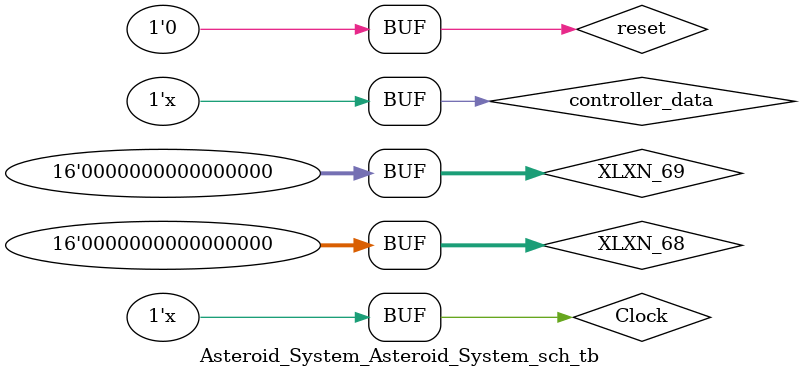
<source format=v>

`timescale 1ns / 1ps

module Asteroid_System_Asteroid_System_sch_tb();

// Inputs
   reg controller_data;
   reg Clock;
   reg [15:0] XLXN_68;
   reg [15:0] XLXN_69;
   reg reset;

// Output
   wire [11:0] XLXN_31;
   wire [11:0] XLXN_32;
   wire NES_Latch;
   wire NES_Pulse;
   wire SevenSegCat;
   wire [6:0] SevenSegs;
   wire [11:0] XLXN_57;
   wire [18:1] MP3Trig;
   wire hSync;
   wire vSync;
   wire red;
   wire green;
   wire blue;

// Bidirs

// Instantiate the UUT
   Asteroid_System UUT (
		.XLXN_31(XLXN_31), 
		.XLXN_32(XLXN_32), 
		.controller_data(controller_data), 
		.NES_Latch(NES_Latch), 
		.NES_Pulse(NES_Pulse), 
		.SevenSegCat(SevenSegCat), 
		.SevenSegs(SevenSegs), 
		.XLXN_57(XLXN_57), 
		.Clock(Clock), 
		.XLXN_68(XLXN_68), 
		.XLXN_69(XLXN_69), 
		.reset(reset), 
		.MP3Trig(MP3Trig), 
		.hSync(hSync), 
		.vSync(vSync), 
		.red(red), 
		.green(green), 
		.blue(blue)
   );
// Initialize Inputs
	always #10 Clock = ~Clock;
	always #100 controller_data = ~controller_data;
	
	initial begin
	controller_data = 1;
	Clock = 0;
	XLXN_68 = 0;
	XLXN_69 = 0;
	reset = 1;
	
	#100;
	
	reset = 0;
	

	
	end
	
	
endmodule

</source>
